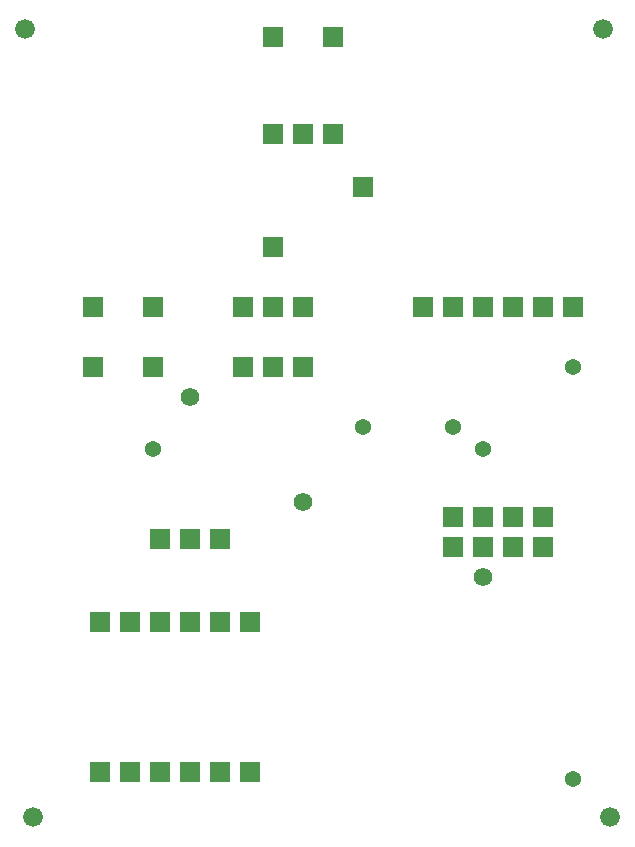
<source format=gbr>
G04 DesignSpark PCB Gerber Version 10.0 Build 5299*
G04 #@! TF.Part,Single*
G04 #@! TF.FileFunction,Soldermask,Bot*
G04 #@! TF.FilePolarity,Negative*
%FSLAX35Y35*%
%MOIN*%
G04 #@! TA.AperFunction,WasherPad*
%ADD17R,0.06600X0.06600*%
G04 #@! TA.AperFunction,ViaPad*
%ADD15C,0.05400*%
%ADD16C,0.06200*%
%ADD27C,0.06600*%
G04 #@! TD.AperFunction*
X0Y0D02*
D02*
D15*
X50600Y130600D03*
X120600Y138100D03*
X150600D03*
X160600Y130600D03*
X190600Y20600D03*
Y158100D03*
D02*
D16*
X63100Y148100D03*
X100600Y113100D03*
X160600Y88100D03*
D02*
D17*
X30600Y158100D03*
Y178100D03*
X33100Y23100D03*
Y73100D03*
X43100Y23100D03*
Y73100D03*
X50600Y158100D03*
Y178100D03*
X53100Y23100D03*
Y73100D03*
Y100600D03*
X63100Y23100D03*
Y73100D03*
Y100600D03*
X73100Y23100D03*
Y73100D03*
Y100600D03*
X80600Y158100D03*
Y178100D03*
X83100Y23100D03*
Y73100D03*
X90600Y158100D03*
Y178100D03*
Y198100D03*
Y235600D03*
Y268100D03*
X100600Y158100D03*
Y178100D03*
Y235600D03*
X110600D03*
Y268100D03*
X120600Y218100D03*
X140600Y178100D03*
X150600Y98100D03*
Y108100D03*
Y178100D03*
X160600Y98100D03*
Y108100D03*
Y178100D03*
X170600Y98100D03*
Y108100D03*
Y178100D03*
X180600Y98100D03*
Y108100D03*
Y178100D03*
X190600D03*
D02*
D27*
X8100Y270600D03*
X10600Y8100D03*
X200600Y270600D03*
X203100Y8100D03*
X0Y0D02*
M02*

</source>
